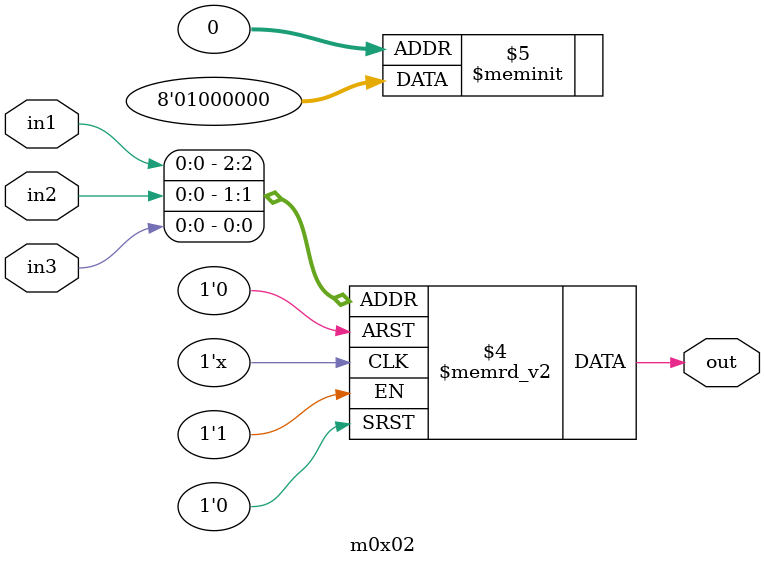
<source format=v>
module m0x02(output out, input in1, in2, in3);

   always @(in1, in2, in3)
     begin
        case({in1, in2, in3})
          3'b000: {out} = 1'b0;
          3'b001: {out} = 1'b0;
          3'b010: {out} = 1'b0;
          3'b011: {out} = 1'b0;
          3'b100: {out} = 1'b0;
          3'b101: {out} = 1'b0;
          3'b110: {out} = 1'b1;
          3'b111: {out} = 1'b0;
        endcase // case ({in1, in2, in3})
     end // always @ (in1, in2, in3)

endmodule // m0x02
</source>
